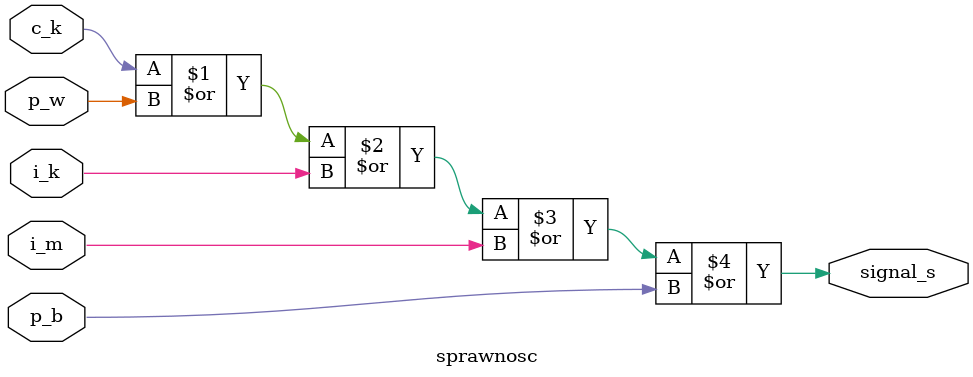
<source format=v>
module sprawnosc(c_k, p_w, i_k, i_m, p_b, signal_s);

// c_k - czujnik ilości kubków
// p_w - podłączenie wody
// i_k - ilość kawy
// i_m - ilość mleka
// p_b - posiadany bilon na wydanie reszty
// signal_s - wyjściowy sygnał

output signal_s;
input c_k, p_w, i_k, i_m, p_b;
//powyżej zadeklarowałem porty

assign signal_s = c_k | p_w | i_k | i_m | p_b;

endmodule

</source>
